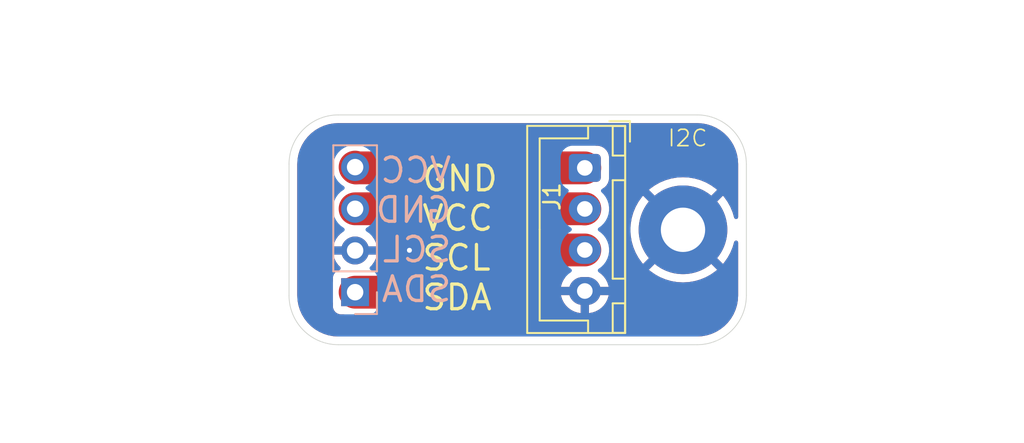
<source format=kicad_pcb>
(kicad_pcb (version 20240108) (generator "pcbnew") (generator_version "8.0")
  (layers (0 "F.Cu" signal) (31 "B.Cu" signal) (34 "B.Paste" user) (35 "F.Paste" user) (36 "B.SilkS" user "B.Silkscreen") (37 "F.SilkS" user "F.Silkscreen") (38 "B.Mask" user) (39 "F.Mask" user) (44 "Edge.Cuts" user))
  (net 0 "")
  (net 1 "/SCL")
  (net 2 "/SDA")
  (net 3 "/GND")
  (net 4 "/VIN")
  (footprint "Connector_JST:JST_XH_B4B-XH-A_1x04_P2.50mm_Vertical" (layer "F.Cu") (at 143.019 74.228 -90)
    (property "Reference" "J1" (at 1.75 2 90) (layer "F.SilkS"))
    (property "Value" "JST xh 4 pin pcb")
    (fp_line (start -2.56 3.51) (end 10.06 3.51) (stroke (width 0.12)) (layer "F.SilkS"))
    (fp_line (start 10.06 3.51) (end 10.06 -2.46) (stroke (width 0.12)) (layer "F.SilkS"))
    (fp_line (start -1.8 2.75) (end 3.75 2.75) (stroke (width 0.12)) (layer "F.SilkS"))
    (fp_line (start 9.3 2.75) (end 3.75 2.75) (stroke (width 0.12)) (layer "F.SilkS"))
    (fp_line (start -2.55 -0.2) (end -1.8 -0.2) (stroke (width 0.12)) (layer "F.SilkS"))
    (fp_line (start -1.8 -0.2) (end -1.8 2.75) (stroke (width 0.12)) (layer "F.SilkS"))
    (fp_line (start 9.3 -0.2) (end 9.3 2.75) (stroke (width 0.12)) (layer "F.SilkS"))
    (fp_line (start 10.05 -0.2) (end 9.3 -0.2) (stroke (width 0.12)) (layer "F.SilkS"))
    (fp_line (start -2.55 -1.7) (end -0.75 -1.7) (stroke (width 0.12)) (layer "F.SilkS"))
    (fp_line (start -0.75 -1.7) (end -0.75 -2.45) (stroke (width 0.12)) (layer "F.SilkS"))
    (fp_line (start 0.75 -1.7) (end 6.75 -1.7) (stroke (width 0.12)) (layer "F.SilkS"))
    (fp_line (start 6.75 -1.7) (end 6.75 -2.45) (stroke (width 0.12)) (layer "F.SilkS"))
    (fp_line (start 8.25 -1.7) (end 10.05 -1.7) (stroke (width 0.12)) (layer "F.SilkS"))
    (fp_line (start 10.05 -1.7) (end 10.05 -2.45) (stroke (width 0.12)) (layer "F.SilkS"))
    (fp_line (start -2.55 -2.45) (end -2.55 -1.7) (stroke (width 0.12)) (layer "F.SilkS"))
    (fp_line (start -0.75 -2.45) (end -2.55 -2.45) (stroke (width 0.12)) (layer "F.SilkS"))
    (fp_line (start 0.75 -2.45) (end 0.75 -1.7) (stroke (width 0.12)) (layer "F.SilkS"))
    (fp_line (start 6.75 -2.45) (end 0.75 -2.45) (stroke (width 0.12)) (layer "F.SilkS"))
    (fp_line (start 8.25 -2.45) (end 8.25 -1.7) (stroke (width 0.12)) (layer "F.SilkS"))
    (fp_line (start 10.05 -2.45) (end 8.25 -2.45) (stroke (width 0.12)) (layer "F.SilkS"))
    (fp_line (start -2.56 -2.46) (end -2.56 3.51) (stroke (width 0.12)) (layer "F.SilkS"))
    (fp_line (start 10.06 -2.46) (end -2.56 -2.46) (stroke (width 0.12)) (layer "F.SilkS"))
    (fp_line (start -2.85 -2.75) (end -2.85 -1.5) (stroke (width 0.12)) (layer "F.SilkS"))
    (fp_line (start -1.6 -2.75) (end -2.85 -2.75) (stroke (width 0.12)) (layer "F.SilkS"))
    (pad "1" thru_hole roundrect (at 0 0 270) (size 1.7 1.95) (drill 0.95) (layers "*.Cu" "*.Mask") (roundrect_rratio 0.147059) (net 2 "/SDA"))
    (pad "2" thru_hole oval (at 2.5 0 270) (size 1.7 1.95) (drill 0.95) (layers "*.Cu" "*.Mask") (net 1 "/SCL"))
    (pad "3" thru_hole oval (at 5 0 270) (size 1.7 1.95) (drill 0.95) (layers "*.Cu" "*.Mask") (net 4 "/VIN"))
    (pad "4" thru_hole oval (at 7.5 0 270) (size 1.7 1.95) (drill 0.95) (layers "*.Cu" "*.Mask") (net 3 "/GND"))
  )
  (footprint "MountingHole:MountingHole_2.7mm_Pad" (layer "F.Cu") (at 149 78)
    (property "Reference" "H1" (hide yes))
    (property "Value" "MountingHole_Pad")
    (pad "1" thru_hole circle (at 0 0) (size 5.4 5.4) (drill 2.7) (layers "*.Cu" "*.Mask") (net 3 "/GND"))
  )
  (footprint "Connector_PinSocket_2.54mm:PinSocket_1x04_P2.54mm_Vertical" (layer "B.Cu") (at 129.025 81.8)
    (property "Reference" "J2" (hide yes))
    (property "Value" "color sensor header")
    (fp_line (start -1.33 -8.95) (end -1.33 -1.27) (stroke (width 0.12)) (layer "B.SilkS"))
    (fp_line (start 1.33 -8.95) (end -1.33 -8.95) (stroke (width 0.12)) (layer "B.SilkS"))
    (fp_line (start 1.33 -8.95) (end 1.33 -1.27) (stroke (width 0.12)) (layer "B.SilkS"))
    (fp_line (start 1.33 -1.27) (end -1.33 -1.27) (stroke (width 0.12)) (layer "B.SilkS"))
    (fp_line (start 1.33 0) (end 1.33 1.33) (stroke (width 0.12)) (layer "B.SilkS"))
    (fp_line (start 1.33 1.33) (end 0 1.33) (stroke (width 0.12)) (layer "B.SilkS"))
    (pad "1" thru_hole rect (at 0 0) (size 1.7 1.7) (drill 1) (layers "*.Cu" "*.Mask") (net 4 "/VIN"))
    (pad "2" thru_hole oval (at 0 -2.54) (size 1.7 1.7) (drill 1) (layers "*.Cu" "*.Mask") (net 3 "/GND"))
    (pad "3" thru_hole oval (at 0 -5.08) (size 1.7 1.7) (drill 1) (layers "*.Cu" "*.Mask") (net 1 "/SCL"))
    (pad "4" thru_hole oval (at 0 -7.62) (size 1.7 1.7) (drill 1) (layers "*.Cu" "*.Mask") (net 2 "/SDA"))
  )
  (gr_line (start 125 82) (end 125 74) (stroke (width 0.05)) (layer "Edge.Cuts"))
  (gr_line (start 149.86 85) (end 128 85) (stroke (width 0.05)) (layer "Edge.Cuts"))
  (gr_line (start 128 71) (end 149.86 71) (stroke (width 0.05)) (layer "Edge.Cuts"))
  (gr_arc (start 149.86 71) (mid 151.98132 71.87868) (end 152.86 74) (stroke (width 0.05)) (layer "Edge.Cuts"))
  (gr_arc (start 128 85) (mid 125.87868 84.12132) (end 125 82) (stroke (width 0.05)) (layer "Edge.Cuts"))
  (gr_arc (start 152.86 82) (mid 151.98132 84.12132) (end 149.86 85) (stroke (width 0.05)) (layer "Edge.Cuts"))
  (gr_arc (start 125 74) (mid 125.87868 71.87868) (end 128 71) (stroke (width 0.05)) (layer "Edge.Cuts"))
  (gr_line (start 152.86 74) (end 152.86 82) (stroke (width 0.05)) (layer "Edge.Cuts"))
  (gr_text "VCC\nGND\nSCL\nSDA" (at 135 82.5 0) (layer "B.SilkS") (effects (font (size 1.5 1.5) (thickness 0.2)) (justify left bottom mirror)))
  (gr_text "GND\nVCC\nSCL\nSDA" (at 133 83 0) (layer "F.SilkS") (effects (font (size 1.5 1.5) (thickness 0.2)) (justify left bottom)))
  (gr_text "I2C" (at 148 73 0) (layer "F.SilkS") (effects (font (size 1 1) (thickness 0.1)) (justify left bottom)))
  (segment (start 129.025 76.72) (end 143.011 76.72) (width 2) (layer "F.Cu") (net 1))
  (segment (start 143.011 76.72) (end 143.019 76.728) (width 2) (layer "F.Cu") (net 1))
  (segment (start 143.019 74.228) (end 129.073 74.228) (width 2) (layer "F.Cu") (net 2))
  (segment (start 129.073 74.228) (end 129.025 74.18) (width 2) (layer "F.Cu") (net 2))
  (via (at 132.334 79.248) (size 0.6) (drill 0.3) (layers "F.Cu" "B.Cu") (net 3))
  (segment (start 133.846 81.8) (end 129.025 81.8) (width 2) (layer "F.Cu") (net 4))
  (segment (start 136.418 79.228) (end 133.846 81.8) (width 2) (layer "F.Cu") (net 4))
  (segment (start 143.019 79.228) (end 136.418 79.228) (width 2) (layer "F.Cu") (net 4))
  (zone (net 3) (net_name "/GND") (layers "F&B.Cu") (connect_pads (clearance 0.5)) (min_thickness 0.25) (fill yes (thermal_gap 0.5) (thermal_bridge_width 0.5))
    (polygon (pts (xy 122 64) (xy 162 64) (xy 162 91) (xy 122 91)))
  )
)
</source>
